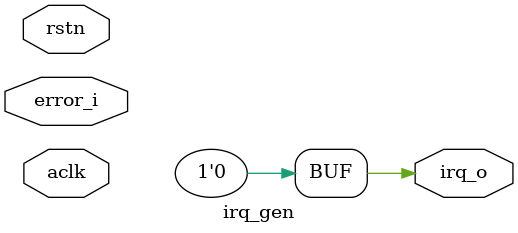
<source format=sv>
module irq_gen #(
    parameter bit ERR_RESP_EN   = 1'b0,
    parameter bit IRQ_EN        = 1'b0,
    parameter int IRQ_HOLD_TIME = 1024
) (
    input  logic aclk   ,
    input  logic rstn   ,
    input  logic error_i,
    output logic irq_o
);
    if (ERR_RESP_EN && IRQ_EN) begin: gen_enabled
        localparam int CNT_W = $clog2(IRQ_HOLD_TIME + 1);
        logic [CNT_W - 1 : 0] cnt;
        logic active;

        always_ff @(posedge aclk or negedge rstn) begin
            if (!rstn) begin
                cnt    <= '0;
                active <= 1'b0;
                irq_o  <= 1'b0;
            end else begin
                if (error_i) begin
                    active <= 1'b1;
                    cnt    <= IRQ_HOLD_TIME - 1;
                    irq_o  <= 1'b1;
                end else if (active) begin
                    if (cnt == 0) begin
                        active <= 1'b0;
                        irq_o  <= 1'b0;
                    end else begin
                        cnt   <= cnt - 1;
                    end
                end else begin
                    irq_o <= 1'b0;
                end
            end
        end
    end else begin: get_disabled
        assign irq_o = 1'b0;
    end
endmodule

</source>
